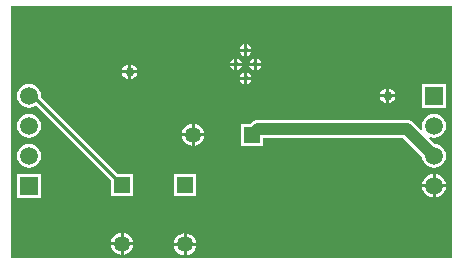
<source format=gbl>
G04*
G04 #@! TF.GenerationSoftware,Altium Limited,Altium Designer,18.0.12 (696)*
G04*
G04 Layer_Physical_Order=2*
G04 Layer_Color=16711680*
%FSLAX25Y25*%
%MOIN*%
G70*
G01*
G75*
%ADD12C,0.01000*%
%ADD34C,0.04000*%
%ADD35C,0.05315*%
%ADD36R,0.05315X0.05315*%
%ADD37C,0.01968*%
%ADD38R,0.05315X0.05315*%
%ADD39C,0.05906*%
%ADD40R,0.05906X0.05906*%
%ADD41C,0.03000*%
G36*
X276000Y116000D02*
X129000D01*
Y200000D01*
X276000D01*
Y116000D01*
D02*
G37*
%LPC*%
G36*
X207689Y187148D02*
Y185724D01*
X209113D01*
X209058Y185999D01*
X208619Y186655D01*
X207963Y187093D01*
X207689Y187148D01*
D02*
G37*
G36*
X206689D02*
X206415Y187093D01*
X205758Y186655D01*
X205320Y185999D01*
X205265Y185724D01*
X206689D01*
Y187148D01*
D02*
G37*
G36*
X209113Y184724D02*
X207689D01*
Y183301D01*
X207963Y183355D01*
X208619Y183794D01*
X209058Y184450D01*
X209113Y184724D01*
D02*
G37*
G36*
X206689D02*
X205265D01*
X205320Y184450D01*
X205758Y183794D01*
X206415Y183355D01*
X206689Y183301D01*
Y184724D01*
D02*
G37*
G36*
X210898Y182424D02*
Y181000D01*
X212321D01*
X212267Y181274D01*
X211828Y181930D01*
X211172Y182369D01*
X210898Y182424D01*
D02*
G37*
G36*
X209898D02*
X209623Y182369D01*
X208967Y181930D01*
X208528Y181274D01*
X208474Y181000D01*
X209898D01*
Y182424D01*
D02*
G37*
G36*
X204480D02*
Y181000D01*
X205904D01*
X205849Y181274D01*
X205411Y181930D01*
X204754Y182369D01*
X204480Y182424D01*
D02*
G37*
G36*
X203480D02*
X203206Y182369D01*
X202550Y181930D01*
X202111Y181274D01*
X202057Y181000D01*
X203480D01*
Y182424D01*
D02*
G37*
G36*
X212321Y180000D02*
X210898D01*
Y178576D01*
X211172Y178631D01*
X211828Y179069D01*
X212267Y179726D01*
X212321Y180000D01*
D02*
G37*
G36*
X209898D02*
X208474D01*
X208528Y179726D01*
X208967Y179069D01*
X209623Y178631D01*
X209898Y178576D01*
Y180000D01*
D02*
G37*
G36*
X205904D02*
X204480D01*
Y178576D01*
X204754Y178631D01*
X205411Y179069D01*
X205849Y179726D01*
X205904Y180000D01*
D02*
G37*
G36*
X203480D02*
X202057D01*
X202111Y179726D01*
X202550Y179069D01*
X203206Y178631D01*
X203480Y178576D01*
Y180000D01*
D02*
G37*
G36*
X169000Y180449D02*
Y178500D01*
X170949D01*
X170855Y178975D01*
X170302Y179802D01*
X169475Y180355D01*
X169000Y180449D01*
D02*
G37*
G36*
X168000D02*
X167525Y180355D01*
X166698Y179802D01*
X166145Y178975D01*
X166051Y178500D01*
X168000D01*
Y180449D01*
D02*
G37*
G36*
X207689Y177699D02*
Y176276D01*
X209113D01*
X209058Y176550D01*
X208619Y177206D01*
X207963Y177645D01*
X207689Y177699D01*
D02*
G37*
G36*
X206689D02*
X206415Y177645D01*
X205758Y177206D01*
X205320Y176550D01*
X205265Y176276D01*
X206689D01*
Y177699D01*
D02*
G37*
G36*
X170949Y177500D02*
X169000D01*
Y175550D01*
X169475Y175645D01*
X170302Y176198D01*
X170855Y177024D01*
X170949Y177500D01*
D02*
G37*
G36*
X168000D02*
X166051D01*
X166145Y177024D01*
X166698Y176198D01*
X167525Y175645D01*
X168000Y175550D01*
Y177500D01*
D02*
G37*
G36*
X209113Y175276D02*
X207689D01*
Y173852D01*
X207963Y173906D01*
X208619Y174345D01*
X209058Y175001D01*
X209113Y175276D01*
D02*
G37*
G36*
X206689D02*
X205265D01*
X205320Y175001D01*
X205758Y174345D01*
X206415Y173906D01*
X206689Y173852D01*
Y175276D01*
D02*
G37*
G36*
X255000Y172450D02*
Y170500D01*
X256949D01*
X256855Y170975D01*
X256302Y171802D01*
X255475Y172355D01*
X255000Y172450D01*
D02*
G37*
G36*
X254000D02*
X253524Y172355D01*
X252698Y171802D01*
X252145Y170975D01*
X252050Y170500D01*
X254000D01*
Y172450D01*
D02*
G37*
G36*
X256949Y169500D02*
X255000D01*
Y167551D01*
X255475Y167645D01*
X256302Y168198D01*
X256855Y169025D01*
X256949Y169500D01*
D02*
G37*
G36*
X254000D02*
X252050D01*
X252145Y169025D01*
X252698Y168198D01*
X253524Y167645D01*
X254000Y167551D01*
Y169500D01*
D02*
G37*
G36*
X273953Y173953D02*
X266047D01*
Y166047D01*
X273953D01*
Y173953D01*
D02*
G37*
G36*
X270000Y163987D02*
X268968Y163851D01*
X268007Y163453D01*
X267181Y162819D01*
X266547Y161993D01*
X266149Y161032D01*
X266013Y160000D01*
X266149Y158968D01*
X266241Y158745D01*
X265818Y158462D01*
X263140Y161140D01*
X262513Y161620D01*
X261783Y161923D01*
X261000Y162026D01*
X211343D01*
X211343Y162026D01*
X210559Y161923D01*
X209830Y161620D01*
X209203Y161140D01*
X209203Y161140D01*
X208721Y160658D01*
X205685D01*
Y153342D01*
X213000D01*
Y155974D01*
X259747D01*
X266057Y149663D01*
X266149Y148968D01*
X266547Y148007D01*
X267181Y147181D01*
X268007Y146547D01*
X268968Y146149D01*
X270000Y146013D01*
X271032Y146149D01*
X271993Y146547D01*
X272819Y147181D01*
X273453Y148007D01*
X273851Y148968D01*
X273987Y150000D01*
X273851Y151032D01*
X273453Y151993D01*
X272819Y152819D01*
X271993Y153453D01*
X271032Y153851D01*
X270337Y153943D01*
X268462Y155818D01*
X268745Y156241D01*
X268968Y156149D01*
X270000Y156013D01*
X271032Y156149D01*
X271993Y156547D01*
X272819Y157181D01*
X273453Y158007D01*
X273851Y158968D01*
X273987Y160000D01*
X273851Y161032D01*
X273453Y161993D01*
X272819Y162819D01*
X271993Y163453D01*
X271032Y163851D01*
X270000Y163987D01*
D02*
G37*
G36*
X190157Y160623D02*
Y157500D01*
X193281D01*
X193221Y157955D01*
X192852Y158844D01*
X192266Y159609D01*
X191502Y160195D01*
X190612Y160563D01*
X190157Y160623D01*
D02*
G37*
G36*
X189157D02*
X188703Y160563D01*
X187813Y160195D01*
X187049Y159609D01*
X186463Y158844D01*
X186094Y157955D01*
X186034Y157500D01*
X189157D01*
Y160623D01*
D02*
G37*
G36*
X135000Y163987D02*
X133968Y163851D01*
X133007Y163453D01*
X132181Y162819D01*
X131547Y161993D01*
X131149Y161032D01*
X131013Y160000D01*
X131149Y158968D01*
X131547Y158007D01*
X132181Y157181D01*
X133007Y156547D01*
X133968Y156149D01*
X135000Y156013D01*
X136032Y156149D01*
X136993Y156547D01*
X137819Y157181D01*
X138453Y158007D01*
X138851Y158968D01*
X138987Y160000D01*
X138851Y161032D01*
X138453Y161993D01*
X137819Y162819D01*
X136993Y163453D01*
X136032Y163851D01*
X135000Y163987D01*
D02*
G37*
G36*
X193281Y156500D02*
X190157D01*
Y153377D01*
X190612Y153437D01*
X191502Y153805D01*
X192266Y154392D01*
X192852Y155156D01*
X193221Y156045D01*
X193281Y156500D01*
D02*
G37*
G36*
X189157D02*
X186034D01*
X186094Y156045D01*
X186463Y155156D01*
X187049Y154392D01*
X187813Y153805D01*
X188703Y153437D01*
X189157Y153377D01*
Y156500D01*
D02*
G37*
G36*
X135000Y153987D02*
X133968Y153851D01*
X133007Y153453D01*
X132181Y152819D01*
X131547Y151993D01*
X131149Y151032D01*
X131013Y150000D01*
X131149Y148968D01*
X131547Y148007D01*
X132181Y147181D01*
X133007Y146547D01*
X133968Y146149D01*
X135000Y146013D01*
X136032Y146149D01*
X136993Y146547D01*
X137819Y147181D01*
X138453Y148007D01*
X138851Y148968D01*
X138987Y150000D01*
X138851Y151032D01*
X138453Y151993D01*
X137819Y152819D01*
X136993Y153453D01*
X136032Y153851D01*
X135000Y153987D01*
D02*
G37*
G36*
X270500Y143921D02*
Y140500D01*
X273921D01*
X273851Y141032D01*
X273453Y141993D01*
X272819Y142819D01*
X271993Y143453D01*
X271032Y143851D01*
X270500Y143921D01*
D02*
G37*
G36*
X269500D02*
X268968Y143851D01*
X268007Y143453D01*
X267181Y142819D01*
X266547Y141993D01*
X266149Y141032D01*
X266079Y140500D01*
X269500D01*
Y143921D01*
D02*
G37*
G36*
X135000Y173987D02*
X133968Y173851D01*
X133007Y173453D01*
X132181Y172819D01*
X131547Y171993D01*
X131149Y171032D01*
X131013Y170000D01*
X131149Y168968D01*
X131547Y168007D01*
X132181Y167181D01*
X133007Y166547D01*
X133968Y166149D01*
X135000Y166013D01*
X136032Y166149D01*
X136993Y166547D01*
X137355Y166825D01*
X162343Y141837D01*
Y136685D01*
X169658D01*
Y144000D01*
X164505D01*
X138931Y169575D01*
X138987Y170000D01*
X138851Y171032D01*
X138453Y171993D01*
X137819Y172819D01*
X136993Y173453D01*
X136032Y173851D01*
X135000Y173987D01*
D02*
G37*
G36*
X190657Y143842D02*
X183343D01*
Y136528D01*
X190657D01*
Y143842D01*
D02*
G37*
G36*
X273921Y139500D02*
X270500D01*
Y136079D01*
X271032Y136149D01*
X271993Y136547D01*
X272819Y137181D01*
X273453Y138007D01*
X273851Y138968D01*
X273921Y139500D01*
D02*
G37*
G36*
X269500D02*
X266079D01*
X266149Y138968D01*
X266547Y138007D01*
X267181Y137181D01*
X268007Y136547D01*
X268968Y136149D01*
X269500Y136079D01*
Y139500D01*
D02*
G37*
G36*
X138953Y143953D02*
X131047D01*
Y136047D01*
X138953D01*
Y143953D01*
D02*
G37*
G36*
X166500Y124281D02*
Y121158D01*
X169623D01*
X169563Y121612D01*
X169195Y122502D01*
X168608Y123266D01*
X167844Y123852D01*
X166955Y124221D01*
X166500Y124281D01*
D02*
G37*
G36*
X165500D02*
X165045Y124221D01*
X164155Y123852D01*
X163391Y123266D01*
X162805Y122502D01*
X162437Y121612D01*
X162377Y121158D01*
X165500D01*
Y124281D01*
D02*
G37*
G36*
X187500Y124123D02*
Y121000D01*
X190623D01*
X190563Y121455D01*
X190195Y122345D01*
X189609Y123108D01*
X188845Y123695D01*
X187955Y124063D01*
X187500Y124123D01*
D02*
G37*
G36*
X186500D02*
X186045Y124063D01*
X185155Y123695D01*
X184391Y123108D01*
X183805Y122345D01*
X183437Y121455D01*
X183377Y121000D01*
X186500D01*
Y124123D01*
D02*
G37*
G36*
X169623Y120158D02*
X166500D01*
Y117034D01*
X166955Y117094D01*
X167844Y117463D01*
X168608Y118049D01*
X169195Y118813D01*
X169563Y119703D01*
X169623Y120158D01*
D02*
G37*
G36*
X165500D02*
X162377D01*
X162437Y119703D01*
X162805Y118813D01*
X163391Y118049D01*
X164155Y117463D01*
X165045Y117094D01*
X165500Y117034D01*
Y120158D01*
D02*
G37*
G36*
X190623Y120000D02*
X187500D01*
Y116877D01*
X187955Y116937D01*
X188845Y117305D01*
X189609Y117892D01*
X190195Y118656D01*
X190563Y119545D01*
X190623Y120000D01*
D02*
G37*
G36*
X186500D02*
X183377D01*
X183437Y119545D01*
X183805Y118656D01*
X184391Y117892D01*
X185155Y117305D01*
X186045Y116937D01*
X186500Y116877D01*
Y120000D01*
D02*
G37*
%LPD*%
D12*
X135000Y170000D02*
X136343D01*
X166000Y140342D01*
D34*
X209343Y157000D02*
X211343Y159000D01*
X261000D01*
X270000Y150000D01*
D35*
X189657Y157000D02*
D03*
X187000Y120500D02*
D03*
X166000Y120658D02*
D03*
D36*
X209343Y157000D02*
D03*
D37*
X203980Y180500D02*
D03*
X207189Y185224D02*
D03*
X210398Y180500D02*
D03*
X207189Y175776D02*
D03*
D38*
X187000Y140185D02*
D03*
X166000Y140342D02*
D03*
D39*
X270000Y140000D02*
D03*
Y150000D02*
D03*
Y160000D02*
D03*
X135000Y170000D02*
D03*
Y160000D02*
D03*
Y150000D02*
D03*
D40*
X270000Y170000D02*
D03*
X135000Y140000D02*
D03*
D41*
X254500Y170000D02*
D03*
X168500Y178000D02*
D03*
M02*

</source>
